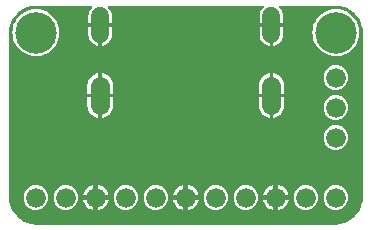
<source format=gbr>
G04 EAGLE Gerber RS-274X export*
G75*
%MOMM*%
%FSLAX34Y34*%
%LPD*%
%INBottom Copper*%
%IPPOS*%
%AMOC8*
5,1,8,0,0,1.08239X$1,22.5*%
G01*
%ADD10C,3.516000*%
%ADD11C,1.650000*%
%ADD12C,1.500000*%
%ADD13C,1.676400*%
%ADD14C,0.800100*%

G36*
X279444Y2547D02*
X279444Y2547D01*
X279480Y2544D01*
X282897Y2813D01*
X283055Y2848D01*
X283131Y2859D01*
X289631Y4971D01*
X289886Y5096D01*
X289900Y5109D01*
X289914Y5115D01*
X295443Y9133D01*
X295647Y9330D01*
X295656Y9346D01*
X295667Y9357D01*
X299685Y14886D01*
X299818Y15137D01*
X299822Y15156D01*
X299829Y15169D01*
X301941Y21669D01*
X301969Y21829D01*
X301987Y21903D01*
X302256Y25320D01*
X302253Y25365D01*
X302259Y25400D01*
X302259Y165100D01*
X302253Y165144D01*
X302256Y165180D01*
X301987Y168597D01*
X301952Y168755D01*
X301941Y168831D01*
X299829Y175331D01*
X299704Y175586D01*
X299691Y175600D01*
X299685Y175614D01*
X295667Y181143D01*
X295470Y181347D01*
X295454Y181356D01*
X295443Y181367D01*
X289914Y185385D01*
X289663Y185518D01*
X289644Y185522D01*
X289631Y185529D01*
X283131Y187641D01*
X282971Y187669D01*
X282897Y187687D01*
X279480Y187956D01*
X279435Y187953D01*
X279400Y187959D01*
X232431Y187959D01*
X232402Y187955D01*
X232373Y187958D01*
X232262Y187935D01*
X232150Y187919D01*
X232123Y187907D01*
X232094Y187902D01*
X231994Y187849D01*
X231891Y187803D01*
X231868Y187784D01*
X231842Y187771D01*
X231760Y187693D01*
X231674Y187620D01*
X231657Y187595D01*
X231636Y187575D01*
X231579Y187477D01*
X231516Y187383D01*
X231507Y187355D01*
X231492Y187330D01*
X231464Y187220D01*
X231430Y187112D01*
X231429Y187082D01*
X231422Y187054D01*
X231426Y186941D01*
X231423Y186828D01*
X231430Y186799D01*
X231431Y186770D01*
X231466Y186662D01*
X231495Y186553D01*
X231510Y186527D01*
X231519Y186499D01*
X231564Y186435D01*
X231640Y186308D01*
X231686Y186265D01*
X231714Y186226D01*
X232559Y185381D01*
X233488Y184103D01*
X234205Y182694D01*
X234693Y181191D01*
X234941Y179630D01*
X234941Y172839D01*
X225384Y172839D01*
X225326Y172831D01*
X225268Y172833D01*
X225186Y172811D01*
X225103Y172799D01*
X225049Y172776D01*
X224993Y172761D01*
X224920Y172718D01*
X224901Y172709D01*
X224855Y172740D01*
X224799Y172757D01*
X224747Y172784D01*
X224679Y172795D01*
X224584Y172825D01*
X224484Y172828D01*
X224416Y172839D01*
X214859Y172839D01*
X214859Y179630D01*
X215107Y181191D01*
X215595Y182694D01*
X216312Y184103D01*
X217241Y185381D01*
X218086Y186226D01*
X218104Y186250D01*
X218126Y186269D01*
X218189Y186363D01*
X218257Y186453D01*
X218268Y186481D01*
X218284Y186505D01*
X218318Y186613D01*
X218359Y186719D01*
X218361Y186748D01*
X218370Y186776D01*
X218373Y186890D01*
X218382Y187002D01*
X218376Y187031D01*
X218377Y187060D01*
X218348Y187170D01*
X218326Y187281D01*
X218313Y187307D01*
X218305Y187335D01*
X218248Y187433D01*
X218195Y187533D01*
X218175Y187555D01*
X218160Y187580D01*
X218077Y187657D01*
X217999Y187739D01*
X217974Y187754D01*
X217953Y187774D01*
X217852Y187826D01*
X217754Y187883D01*
X217726Y187890D01*
X217700Y187904D01*
X217622Y187917D01*
X217479Y187953D01*
X217416Y187951D01*
X217369Y187959D01*
X87431Y187959D01*
X87402Y187955D01*
X87373Y187958D01*
X87262Y187935D01*
X87150Y187919D01*
X87123Y187907D01*
X87094Y187902D01*
X86994Y187849D01*
X86891Y187803D01*
X86868Y187784D01*
X86842Y187771D01*
X86760Y187693D01*
X86674Y187620D01*
X86657Y187595D01*
X86636Y187575D01*
X86579Y187477D01*
X86516Y187383D01*
X86507Y187355D01*
X86492Y187330D01*
X86464Y187220D01*
X86430Y187112D01*
X86429Y187082D01*
X86422Y187054D01*
X86426Y186941D01*
X86423Y186828D01*
X86430Y186799D01*
X86431Y186770D01*
X86466Y186662D01*
X86495Y186553D01*
X86510Y186527D01*
X86519Y186499D01*
X86564Y186435D01*
X86640Y186308D01*
X86686Y186265D01*
X86714Y186226D01*
X87559Y185381D01*
X88488Y184103D01*
X89205Y182694D01*
X89693Y181191D01*
X89941Y179630D01*
X89941Y172839D01*
X80384Y172839D01*
X80326Y172831D01*
X80268Y172833D01*
X80186Y172811D01*
X80103Y172799D01*
X80049Y172776D01*
X79993Y172761D01*
X79920Y172718D01*
X79901Y172709D01*
X79855Y172740D01*
X79799Y172757D01*
X79747Y172784D01*
X79679Y172795D01*
X79584Y172825D01*
X79484Y172828D01*
X79416Y172839D01*
X69859Y172839D01*
X69859Y179630D01*
X70107Y181191D01*
X70595Y182694D01*
X71312Y184103D01*
X72241Y185381D01*
X73086Y186226D01*
X73104Y186250D01*
X73126Y186269D01*
X73189Y186363D01*
X73257Y186453D01*
X73268Y186481D01*
X73284Y186505D01*
X73318Y186613D01*
X73359Y186719D01*
X73361Y186748D01*
X73370Y186776D01*
X73373Y186890D01*
X73382Y187002D01*
X73376Y187031D01*
X73377Y187060D01*
X73348Y187170D01*
X73326Y187281D01*
X73313Y187307D01*
X73305Y187335D01*
X73248Y187433D01*
X73195Y187533D01*
X73175Y187555D01*
X73160Y187580D01*
X73077Y187657D01*
X72999Y187739D01*
X72974Y187754D01*
X72953Y187774D01*
X72852Y187826D01*
X72754Y187883D01*
X72726Y187890D01*
X72700Y187904D01*
X72622Y187917D01*
X72479Y187953D01*
X72416Y187951D01*
X72369Y187959D01*
X25400Y187959D01*
X25356Y187953D01*
X25320Y187956D01*
X21903Y187687D01*
X21745Y187652D01*
X21669Y187641D01*
X15169Y185529D01*
X14914Y185404D01*
X14900Y185391D01*
X14886Y185385D01*
X9357Y181367D01*
X9153Y181170D01*
X9144Y181154D01*
X9133Y181143D01*
X5115Y175614D01*
X4982Y175363D01*
X4978Y175344D01*
X4971Y175331D01*
X2859Y168831D01*
X2831Y168671D01*
X2813Y168597D01*
X2544Y165180D01*
X2547Y165135D01*
X2541Y165100D01*
X2541Y25400D01*
X2547Y25356D01*
X2544Y25320D01*
X2813Y21903D01*
X2848Y21745D01*
X2859Y21669D01*
X4971Y15169D01*
X5096Y14914D01*
X5109Y14900D01*
X5115Y14886D01*
X9133Y9357D01*
X9330Y9153D01*
X9346Y9144D01*
X9357Y9133D01*
X14886Y5115D01*
X15137Y4982D01*
X15156Y4978D01*
X15169Y4971D01*
X21669Y2859D01*
X21829Y2831D01*
X21903Y2813D01*
X25320Y2544D01*
X25365Y2547D01*
X25400Y2541D01*
X279400Y2541D01*
X279444Y2547D01*
G37*
%LPC*%
G36*
X23609Y145482D02*
X23609Y145482D01*
X23549Y145480D01*
X23503Y145487D01*
X21499Y145487D01*
X20935Y145721D01*
X20660Y145792D01*
X20656Y145792D01*
X20653Y145792D01*
X19177Y145948D01*
X16161Y147689D01*
X16090Y147717D01*
X16042Y147748D01*
X14290Y148473D01*
X13685Y149078D01*
X13519Y149204D01*
X13475Y149240D01*
X11925Y150135D01*
X10102Y152644D01*
X10037Y152711D01*
X9998Y152765D01*
X8773Y153990D01*
X8354Y155001D01*
X8272Y155142D01*
X8238Y155210D01*
X7003Y156909D01*
X6431Y159601D01*
X6392Y159706D01*
X6376Y159778D01*
X5787Y161199D01*
X5787Y162522D01*
X5768Y162655D01*
X5765Y162733D01*
X5262Y165100D01*
X5765Y167467D01*
X5774Y167601D01*
X5787Y167678D01*
X5787Y169001D01*
X6376Y170422D01*
X6404Y170531D01*
X6431Y170599D01*
X7003Y173291D01*
X8238Y174990D01*
X8314Y175134D01*
X8354Y175199D01*
X8773Y176210D01*
X9998Y177435D01*
X10037Y177486D01*
X10057Y177503D01*
X10075Y177529D01*
X10102Y177556D01*
X11925Y180065D01*
X13475Y180960D01*
X13639Y181089D01*
X13685Y181122D01*
X14290Y181727D01*
X16042Y182452D01*
X16108Y182491D01*
X16161Y182511D01*
X19177Y184252D01*
X20653Y184408D01*
X20928Y184477D01*
X20932Y184478D01*
X20935Y184479D01*
X21499Y184713D01*
X23503Y184713D01*
X23563Y184721D01*
X23609Y184718D01*
X27505Y185128D01*
X28629Y184762D01*
X28909Y184713D01*
X28928Y184715D01*
X28943Y184713D01*
X29301Y184713D01*
X31153Y183946D01*
X31196Y183935D01*
X31227Y183918D01*
X35469Y182540D01*
X36125Y181949D01*
X36129Y181947D01*
X36132Y181944D01*
X36160Y181926D01*
X36361Y181790D01*
X36393Y181780D01*
X36416Y181766D01*
X36510Y181727D01*
X37734Y180502D01*
X37758Y180484D01*
X37773Y180466D01*
X41692Y176937D01*
X41930Y176402D01*
X41940Y176387D01*
X41945Y176370D01*
X41982Y176318D01*
X42170Y175864D01*
X42178Y175851D01*
X42181Y175839D01*
X45098Y169287D01*
X45098Y160913D01*
X42181Y154361D01*
X42177Y154346D01*
X42170Y154336D01*
X41993Y153908D01*
X41969Y153877D01*
X41952Y153831D01*
X41930Y153798D01*
X41692Y153263D01*
X37773Y149734D01*
X37754Y149712D01*
X37734Y149698D01*
X36510Y148473D01*
X36416Y148434D01*
X36413Y148432D01*
X36409Y148431D01*
X36380Y148413D01*
X36171Y148290D01*
X36148Y148266D01*
X36125Y148251D01*
X35469Y147660D01*
X31227Y146282D01*
X31187Y146262D01*
X31153Y146254D01*
X29301Y145487D01*
X28943Y145487D01*
X28662Y145447D01*
X28645Y145440D01*
X28629Y145438D01*
X27505Y145072D01*
X23609Y145482D01*
G37*
%LPD*%
%LPC*%
G36*
X277609Y145482D02*
X277609Y145482D01*
X277549Y145480D01*
X277503Y145487D01*
X275499Y145487D01*
X274935Y145721D01*
X274660Y145792D01*
X274656Y145792D01*
X274653Y145792D01*
X273177Y145948D01*
X270161Y147689D01*
X270090Y147717D01*
X270042Y147747D01*
X268290Y148473D01*
X267685Y149079D01*
X267519Y149204D01*
X267475Y149240D01*
X265925Y150135D01*
X264102Y152644D01*
X264037Y152711D01*
X263998Y152765D01*
X262773Y153990D01*
X262354Y155002D01*
X262272Y155141D01*
X262238Y155210D01*
X261003Y156909D01*
X260431Y159600D01*
X260392Y159706D01*
X260376Y159778D01*
X259787Y161199D01*
X259787Y162522D01*
X259768Y162655D01*
X259765Y162733D01*
X259262Y165100D01*
X259765Y167467D01*
X259774Y167601D01*
X259787Y167678D01*
X259787Y169001D01*
X260376Y170422D01*
X260404Y170531D01*
X260431Y170600D01*
X261003Y173291D01*
X262238Y174990D01*
X262314Y175134D01*
X262354Y175198D01*
X262773Y176210D01*
X263998Y177435D01*
X264037Y177486D01*
X264057Y177503D01*
X264075Y177529D01*
X264102Y177556D01*
X265925Y180065D01*
X267475Y180960D01*
X267639Y181089D01*
X267685Y181121D01*
X268290Y181727D01*
X270042Y182453D01*
X270108Y182491D01*
X270161Y182511D01*
X273177Y184252D01*
X274653Y184408D01*
X274928Y184477D01*
X274932Y184478D01*
X274935Y184479D01*
X275499Y184713D01*
X277503Y184713D01*
X277563Y184721D01*
X277609Y184718D01*
X281505Y185128D01*
X282629Y184762D01*
X282909Y184713D01*
X282928Y184715D01*
X282943Y184713D01*
X283301Y184713D01*
X285153Y183946D01*
X285196Y183935D01*
X285228Y183918D01*
X289469Y182540D01*
X290125Y181949D01*
X290129Y181947D01*
X290132Y181944D01*
X290159Y181926D01*
X290361Y181790D01*
X290393Y181780D01*
X290416Y181766D01*
X290510Y181727D01*
X291735Y180502D01*
X291758Y180484D01*
X291773Y180465D01*
X295692Y176937D01*
X295930Y176402D01*
X295940Y176387D01*
X295945Y176370D01*
X295982Y176318D01*
X296170Y175864D01*
X296178Y175851D01*
X296181Y175839D01*
X299098Y169287D01*
X299098Y160913D01*
X296181Y154361D01*
X296177Y154347D01*
X296170Y154336D01*
X295993Y153908D01*
X295969Y153877D01*
X295952Y153831D01*
X295930Y153798D01*
X295692Y153263D01*
X291773Y149734D01*
X291754Y149712D01*
X291734Y149698D01*
X290510Y148473D01*
X290416Y148434D01*
X290413Y148432D01*
X290408Y148431D01*
X290380Y148413D01*
X290171Y148290D01*
X290148Y148266D01*
X290125Y148251D01*
X289469Y147660D01*
X285228Y146282D01*
X285187Y146262D01*
X285153Y146254D01*
X283301Y145487D01*
X282943Y145487D01*
X282662Y145447D01*
X282645Y145440D01*
X282629Y145438D01*
X281505Y145072D01*
X277609Y145482D01*
G37*
%LPD*%
%LPC*%
G36*
X277328Y116585D02*
X277328Y116585D01*
X273500Y118171D01*
X270571Y121100D01*
X268985Y124928D01*
X268985Y129072D01*
X270571Y132900D01*
X273500Y135829D01*
X277328Y137415D01*
X281472Y137415D01*
X285300Y135829D01*
X288229Y132900D01*
X289815Y129072D01*
X289815Y124928D01*
X288229Y121100D01*
X285300Y118171D01*
X281472Y116585D01*
X277328Y116585D01*
G37*
%LPD*%
%LPC*%
G36*
X277328Y91185D02*
X277328Y91185D01*
X273500Y92771D01*
X270571Y95700D01*
X268985Y99528D01*
X268985Y103672D01*
X270571Y107500D01*
X273500Y110429D01*
X277328Y112015D01*
X281472Y112015D01*
X285300Y110429D01*
X288229Y107500D01*
X289815Y103672D01*
X289815Y99528D01*
X288229Y95700D01*
X285300Y92771D01*
X281472Y91185D01*
X277328Y91185D01*
G37*
%LPD*%
%LPC*%
G36*
X277328Y65785D02*
X277328Y65785D01*
X273500Y67371D01*
X270571Y70300D01*
X268985Y74128D01*
X268985Y78272D01*
X270571Y82100D01*
X273500Y85029D01*
X277328Y86615D01*
X281472Y86615D01*
X285300Y85029D01*
X288229Y82100D01*
X289815Y78272D01*
X289815Y74128D01*
X288229Y70300D01*
X285300Y67371D01*
X281472Y65785D01*
X277328Y65785D01*
G37*
%LPD*%
%LPC*%
G36*
X277328Y14985D02*
X277328Y14985D01*
X273500Y16571D01*
X270571Y19500D01*
X268985Y23328D01*
X268985Y27472D01*
X270571Y31300D01*
X273500Y34229D01*
X277328Y35815D01*
X281472Y35815D01*
X285300Y34229D01*
X288229Y31300D01*
X289815Y27472D01*
X289815Y23328D01*
X288229Y19500D01*
X285300Y16571D01*
X281472Y14985D01*
X277328Y14985D01*
G37*
%LPD*%
%LPC*%
G36*
X251928Y14985D02*
X251928Y14985D01*
X248100Y16571D01*
X245171Y19500D01*
X243585Y23328D01*
X243585Y27472D01*
X245171Y31300D01*
X248100Y34229D01*
X251928Y35815D01*
X256072Y35815D01*
X259900Y34229D01*
X262829Y31300D01*
X264415Y27472D01*
X264415Y23328D01*
X262829Y19500D01*
X259900Y16571D01*
X256072Y14985D01*
X251928Y14985D01*
G37*
%LPD*%
%LPC*%
G36*
X201128Y14985D02*
X201128Y14985D01*
X197300Y16571D01*
X194371Y19500D01*
X192785Y23328D01*
X192785Y27472D01*
X194371Y31300D01*
X197300Y34229D01*
X201128Y35815D01*
X205272Y35815D01*
X209100Y34229D01*
X212029Y31300D01*
X213615Y27472D01*
X213615Y23328D01*
X212029Y19500D01*
X209100Y16571D01*
X205272Y14985D01*
X201128Y14985D01*
G37*
%LPD*%
%LPC*%
G36*
X175728Y14985D02*
X175728Y14985D01*
X171900Y16571D01*
X168971Y19500D01*
X167385Y23328D01*
X167385Y27472D01*
X168971Y31300D01*
X171900Y34229D01*
X175728Y35815D01*
X179872Y35815D01*
X183700Y34229D01*
X186629Y31300D01*
X188215Y27472D01*
X188215Y23328D01*
X186629Y19500D01*
X183700Y16571D01*
X179872Y14985D01*
X175728Y14985D01*
G37*
%LPD*%
%LPC*%
G36*
X124928Y14985D02*
X124928Y14985D01*
X121100Y16571D01*
X118171Y19500D01*
X116585Y23328D01*
X116585Y27472D01*
X118171Y31300D01*
X121100Y34229D01*
X124928Y35815D01*
X129072Y35815D01*
X132900Y34229D01*
X135829Y31300D01*
X137415Y27472D01*
X137415Y23328D01*
X135829Y19500D01*
X132900Y16571D01*
X129072Y14985D01*
X124928Y14985D01*
G37*
%LPD*%
%LPC*%
G36*
X99528Y14985D02*
X99528Y14985D01*
X95700Y16571D01*
X92771Y19500D01*
X91185Y23328D01*
X91185Y27472D01*
X92771Y31300D01*
X95700Y34229D01*
X99528Y35815D01*
X103672Y35815D01*
X107500Y34229D01*
X110429Y31300D01*
X112015Y27472D01*
X112015Y23328D01*
X110429Y19500D01*
X107500Y16571D01*
X103672Y14985D01*
X99528Y14985D01*
G37*
%LPD*%
%LPC*%
G36*
X48728Y14985D02*
X48728Y14985D01*
X44900Y16571D01*
X41971Y19500D01*
X40385Y23328D01*
X40385Y27472D01*
X41971Y31300D01*
X44900Y34229D01*
X48728Y35815D01*
X52872Y35815D01*
X56700Y34229D01*
X59629Y31300D01*
X61215Y27472D01*
X61215Y23328D01*
X59629Y19500D01*
X56700Y16571D01*
X52872Y14985D01*
X48728Y14985D01*
G37*
%LPD*%
%LPC*%
G36*
X23328Y14985D02*
X23328Y14985D01*
X19500Y16571D01*
X16571Y19500D01*
X14985Y23328D01*
X14985Y27472D01*
X16571Y31300D01*
X19500Y34229D01*
X23328Y35815D01*
X27472Y35815D01*
X31300Y34229D01*
X34229Y31300D01*
X35815Y27472D01*
X35815Y23328D01*
X34229Y19500D01*
X31300Y16571D01*
X27472Y14985D01*
X23328Y14985D01*
G37*
%LPD*%
%LPC*%
G36*
X81399Y113239D02*
X81399Y113239D01*
X81399Y130678D01*
X82427Y130515D01*
X84042Y129990D01*
X85556Y129219D01*
X86930Y128221D01*
X88131Y127020D01*
X89129Y125646D01*
X89900Y124132D01*
X90425Y122517D01*
X90691Y120839D01*
X90691Y113239D01*
X81399Y113239D01*
G37*
%LPD*%
%LPC*%
G36*
X226399Y113239D02*
X226399Y113239D01*
X226399Y130678D01*
X227427Y130515D01*
X229042Y129990D01*
X230556Y129219D01*
X231930Y128221D01*
X233131Y127020D01*
X234129Y125646D01*
X234900Y124132D01*
X235425Y122517D01*
X235691Y120839D01*
X235691Y113239D01*
X226399Y113239D01*
G37*
%LPD*%
%LPC*%
G36*
X226399Y110241D02*
X226399Y110241D01*
X235691Y110241D01*
X235691Y102641D01*
X235425Y100963D01*
X234900Y99348D01*
X234129Y97834D01*
X233131Y96460D01*
X231930Y95259D01*
X230556Y94261D01*
X229042Y93490D01*
X227427Y92965D01*
X226399Y92802D01*
X226399Y110241D01*
G37*
%LPD*%
%LPC*%
G36*
X81399Y110241D02*
X81399Y110241D01*
X90691Y110241D01*
X90691Y102641D01*
X90425Y100963D01*
X89900Y99348D01*
X89129Y97834D01*
X88131Y96460D01*
X86930Y95259D01*
X85556Y94261D01*
X84042Y93490D01*
X82427Y92965D01*
X81399Y92802D01*
X81399Y110241D01*
G37*
%LPD*%
%LPC*%
G36*
X69109Y113239D02*
X69109Y113239D01*
X69109Y120839D01*
X69375Y122517D01*
X69900Y124132D01*
X70671Y125646D01*
X71669Y127020D01*
X72870Y128221D01*
X74244Y129219D01*
X75758Y129990D01*
X77373Y130515D01*
X78401Y130678D01*
X78401Y113239D01*
X69109Y113239D01*
G37*
%LPD*%
%LPC*%
G36*
X214109Y113239D02*
X214109Y113239D01*
X214109Y120839D01*
X214375Y122517D01*
X214900Y124132D01*
X215671Y125646D01*
X216669Y127020D01*
X217870Y128221D01*
X219244Y129219D01*
X220758Y129990D01*
X222373Y130515D01*
X223401Y130678D01*
X223401Y113239D01*
X214109Y113239D01*
G37*
%LPD*%
%LPC*%
G36*
X222373Y92965D02*
X222373Y92965D01*
X220758Y93490D01*
X219244Y94261D01*
X217870Y95259D01*
X216669Y96460D01*
X215671Y97834D01*
X214900Y99348D01*
X214375Y100963D01*
X214109Y102641D01*
X214109Y110241D01*
X223401Y110241D01*
X223401Y92802D01*
X222373Y92965D01*
G37*
%LPD*%
%LPC*%
G36*
X77373Y92965D02*
X77373Y92965D01*
X75758Y93490D01*
X74244Y94261D01*
X72870Y95259D01*
X71669Y96460D01*
X70671Y97834D01*
X69900Y99348D01*
X69375Y100963D01*
X69109Y102641D01*
X69109Y110241D01*
X78401Y110241D01*
X78401Y92802D01*
X77373Y92965D01*
G37*
%LPD*%
%LPC*%
G36*
X81399Y169841D02*
X81399Y169841D01*
X89941Y169841D01*
X89941Y163050D01*
X89693Y161489D01*
X89205Y159986D01*
X88488Y158577D01*
X87559Y157299D01*
X86441Y156181D01*
X85163Y155252D01*
X83754Y154535D01*
X82251Y154047D01*
X81399Y153912D01*
X81399Y169841D01*
G37*
%LPD*%
%LPC*%
G36*
X226399Y169841D02*
X226399Y169841D01*
X234941Y169841D01*
X234941Y163050D01*
X234693Y161489D01*
X234205Y159986D01*
X233488Y158577D01*
X232559Y157299D01*
X231441Y156181D01*
X230163Y155252D01*
X228754Y154535D01*
X227251Y154047D01*
X226399Y153912D01*
X226399Y169841D01*
G37*
%LPD*%
%LPC*%
G36*
X77549Y154047D02*
X77549Y154047D01*
X76046Y154535D01*
X74637Y155252D01*
X73359Y156181D01*
X72241Y157299D01*
X71312Y158577D01*
X70595Y159986D01*
X70107Y161489D01*
X69859Y163050D01*
X69859Y169841D01*
X78401Y169841D01*
X78401Y153912D01*
X77549Y154047D01*
G37*
%LPD*%
%LPC*%
G36*
X222549Y154047D02*
X222549Y154047D01*
X221046Y154535D01*
X219637Y155252D01*
X218359Y156181D01*
X217241Y157299D01*
X216312Y158577D01*
X215595Y159986D01*
X215107Y161489D01*
X214859Y163050D01*
X214859Y169841D01*
X223401Y169841D01*
X223401Y153912D01*
X222549Y154047D01*
G37*
%LPD*%
%LPC*%
G36*
X230631Y27431D02*
X230631Y27431D01*
X230631Y36137D01*
X231158Y36054D01*
X232793Y35522D01*
X234325Y34742D01*
X235716Y33731D01*
X236931Y32516D01*
X237942Y31125D01*
X238722Y29593D01*
X239254Y27958D01*
X239337Y27431D01*
X230631Y27431D01*
G37*
%LPD*%
%LPC*%
G36*
X78231Y27431D02*
X78231Y27431D01*
X78231Y36137D01*
X78758Y36054D01*
X80393Y35522D01*
X81925Y34742D01*
X83316Y33731D01*
X84531Y32516D01*
X85542Y31125D01*
X86322Y29593D01*
X86854Y27958D01*
X86937Y27431D01*
X78231Y27431D01*
G37*
%LPD*%
%LPC*%
G36*
X154431Y27431D02*
X154431Y27431D01*
X154431Y36137D01*
X154958Y36054D01*
X156593Y35522D01*
X158125Y34742D01*
X159516Y33731D01*
X160731Y32516D01*
X161742Y31125D01*
X162522Y29593D01*
X163054Y27958D01*
X163137Y27431D01*
X154431Y27431D01*
G37*
%LPD*%
%LPC*%
G36*
X217863Y27431D02*
X217863Y27431D01*
X217946Y27958D01*
X218478Y29593D01*
X219258Y31125D01*
X220269Y32516D01*
X221484Y33731D01*
X222875Y34742D01*
X224407Y35522D01*
X226042Y36054D01*
X226569Y36137D01*
X226569Y27431D01*
X217863Y27431D01*
G37*
%LPD*%
%LPC*%
G36*
X65463Y27431D02*
X65463Y27431D01*
X65546Y27958D01*
X66078Y29593D01*
X66858Y31125D01*
X67869Y32516D01*
X69084Y33731D01*
X70475Y34742D01*
X72007Y35522D01*
X73642Y36054D01*
X74169Y36137D01*
X74169Y27431D01*
X65463Y27431D01*
G37*
%LPD*%
%LPC*%
G36*
X141663Y27431D02*
X141663Y27431D01*
X141746Y27958D01*
X142278Y29593D01*
X143058Y31125D01*
X144069Y32516D01*
X145284Y33731D01*
X146675Y34742D01*
X148207Y35522D01*
X149842Y36054D01*
X150369Y36137D01*
X150369Y27431D01*
X141663Y27431D01*
G37*
%LPD*%
%LPC*%
G36*
X230631Y23369D02*
X230631Y23369D01*
X239337Y23369D01*
X239254Y22842D01*
X238722Y21207D01*
X237942Y19675D01*
X236931Y18284D01*
X235716Y17069D01*
X234325Y16058D01*
X232793Y15278D01*
X231158Y14746D01*
X230631Y14663D01*
X230631Y23369D01*
G37*
%LPD*%
%LPC*%
G36*
X154431Y23369D02*
X154431Y23369D01*
X163137Y23369D01*
X163054Y22842D01*
X162522Y21207D01*
X161742Y19675D01*
X160731Y18284D01*
X159516Y17069D01*
X158125Y16058D01*
X156593Y15278D01*
X154958Y14746D01*
X154431Y14663D01*
X154431Y23369D01*
G37*
%LPD*%
%LPC*%
G36*
X78231Y23369D02*
X78231Y23369D01*
X86937Y23369D01*
X86854Y22842D01*
X86322Y21207D01*
X85542Y19675D01*
X84531Y18284D01*
X83316Y17069D01*
X81925Y16058D01*
X80393Y15278D01*
X78758Y14746D01*
X78231Y14663D01*
X78231Y23369D01*
G37*
%LPD*%
%LPC*%
G36*
X226042Y14746D02*
X226042Y14746D01*
X224407Y15278D01*
X222875Y16058D01*
X221484Y17069D01*
X220269Y18284D01*
X219258Y19675D01*
X218478Y21207D01*
X217946Y22842D01*
X217863Y23369D01*
X226569Y23369D01*
X226569Y14663D01*
X226042Y14746D01*
G37*
%LPD*%
%LPC*%
G36*
X149842Y14746D02*
X149842Y14746D01*
X148207Y15278D01*
X146675Y16058D01*
X145284Y17069D01*
X144069Y18284D01*
X143058Y19675D01*
X142278Y21207D01*
X141746Y22842D01*
X141663Y23369D01*
X150369Y23369D01*
X150369Y14663D01*
X149842Y14746D01*
G37*
%LPD*%
%LPC*%
G36*
X73642Y14746D02*
X73642Y14746D01*
X72007Y15278D01*
X70475Y16058D01*
X69084Y17069D01*
X67869Y18284D01*
X66858Y19675D01*
X66078Y21207D01*
X65546Y22842D01*
X65463Y23369D01*
X74169Y23369D01*
X74169Y14663D01*
X73642Y14746D01*
G37*
%LPD*%
%LPC*%
G36*
X228599Y25399D02*
X228599Y25399D01*
X228599Y25401D01*
X228601Y25401D01*
X228601Y25399D01*
X228599Y25399D01*
G37*
%LPD*%
%LPC*%
G36*
X152399Y25399D02*
X152399Y25399D01*
X152399Y25401D01*
X152401Y25401D01*
X152401Y25399D01*
X152399Y25399D01*
G37*
%LPD*%
%LPC*%
G36*
X76199Y25399D02*
X76199Y25399D01*
X76199Y25401D01*
X76201Y25401D01*
X76201Y25399D01*
X76199Y25399D01*
G37*
%LPD*%
D10*
X25400Y165100D03*
X279400Y165100D03*
D11*
X224900Y119990D02*
X224900Y103490D01*
X79900Y103490D02*
X79900Y119990D01*
D12*
X79900Y163840D02*
X79900Y178840D01*
X224900Y178840D02*
X224900Y163840D01*
D13*
X279400Y76200D03*
X279400Y101600D03*
X279400Y127000D03*
X279400Y25400D03*
X254000Y25400D03*
X228600Y25400D03*
X203200Y25400D03*
X177800Y25400D03*
X152400Y25400D03*
X127000Y25400D03*
X101600Y25400D03*
X76200Y25400D03*
X50800Y25400D03*
X25400Y25400D03*
D14*
X111760Y127000D03*
X127000Y127000D03*
X142240Y127000D03*
X157480Y127000D03*
X190500Y124460D03*
X132080Y68580D03*
X179070Y68580D03*
X90170Y68580D03*
X226060Y57150D03*
X254000Y83820D03*
M02*

</source>
